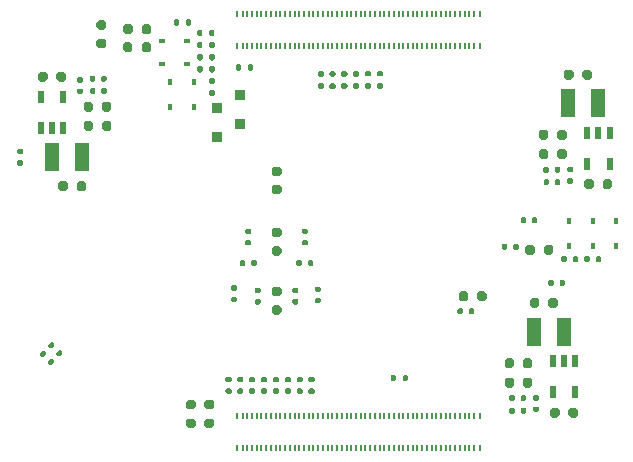
<source format=gbp>
G04 #@! TF.GenerationSoftware,KiCad,Pcbnew,5.1.9+dfsg1-1~bpo10+1*
G04 #@! TF.CreationDate,2021-11-14T15:52:16+01:00*
G04 #@! TF.ProjectId,ulx4m,756c7834-6d2e-46b6-9963-61645f706362,v0.0.2*
G04 #@! TF.SameCoordinates,Original*
G04 #@! TF.FileFunction,Paste,Bot*
G04 #@! TF.FilePolarity,Positive*
%FSLAX46Y46*%
G04 Gerber Fmt 4.6, Leading zero omitted, Abs format (unit mm)*
G04 Created by KiCad (PCBNEW 5.1.9+dfsg1-1~bpo10+1) date 2021-11-14 15:52:16*
%MOMM*%
%LPD*%
G01*
G04 APERTURE LIST*
%ADD10R,0.130000X0.560000*%
%ADD11R,0.250000X0.560000*%
%ADD12R,1.200000X2.400000*%
%ADD13R,0.600000X1.100000*%
%ADD14R,0.500000X0.350000*%
%ADD15R,0.350000X0.500000*%
%ADD16R,0.900000X0.900000*%
G04 APERTURE END LIST*
G36*
G01*
X97895424Y-101770485D02*
X98100485Y-101565424D01*
G75*
G02*
X98263119Y-101565424I81317J-81317D01*
G01*
X98425754Y-101728059D01*
G75*
G02*
X98425754Y-101890693I-81317J-81317D01*
G01*
X98220693Y-102095754D01*
G75*
G02*
X98058059Y-102095754I-81317J81317D01*
G01*
X97895424Y-101933119D01*
G75*
G02*
X97895424Y-101770485I81317J81317D01*
G01*
G37*
G36*
G01*
X98574246Y-102449307D02*
X98779307Y-102244246D01*
G75*
G02*
X98941941Y-102244246I81317J-81317D01*
G01*
X99104576Y-102406881D01*
G75*
G02*
X99104576Y-102569515I-81317J-81317D01*
G01*
X98899515Y-102774576D01*
G75*
G02*
X98736881Y-102774576I-81317J81317D01*
G01*
X98574246Y-102611941D01*
G75*
G02*
X98574246Y-102449307I81317J81317D01*
G01*
G37*
D10*
X133958000Y-107790000D03*
X133958000Y-110500000D03*
X133558000Y-107790000D03*
X133558000Y-110500000D03*
X133158000Y-107790000D03*
X133158000Y-110500000D03*
X132758000Y-107790000D03*
X132758000Y-110500000D03*
X132358000Y-107790000D03*
X132358000Y-110500000D03*
X131958000Y-107790000D03*
X131958000Y-110500000D03*
X131558000Y-107790000D03*
X131558000Y-110500000D03*
X131158000Y-107790000D03*
X131158000Y-110500000D03*
X130758000Y-107790000D03*
X130758000Y-110500000D03*
X130358000Y-107790000D03*
X130358000Y-110500000D03*
X129958000Y-107790000D03*
X129958000Y-110500000D03*
X129558000Y-107790000D03*
X129558000Y-110500000D03*
X129158000Y-107790000D03*
X129158000Y-110500000D03*
X128758000Y-107790000D03*
X128758000Y-110500000D03*
X128358000Y-107790000D03*
X128358000Y-110500000D03*
X127958000Y-107790000D03*
X127958000Y-110500000D03*
X127558000Y-107790000D03*
X127558000Y-110500000D03*
X127158000Y-107790000D03*
X127158000Y-110500000D03*
X126758000Y-107790000D03*
X126758000Y-110500000D03*
X126358000Y-107790000D03*
X126358000Y-110500000D03*
X125958000Y-107790000D03*
X125958000Y-110500000D03*
X125558000Y-107790000D03*
X125558000Y-110500000D03*
X125158000Y-107790000D03*
X125158000Y-110500000D03*
X124758000Y-107790000D03*
X124758000Y-110500000D03*
X124358000Y-107790000D03*
X124358000Y-110500000D03*
X123958000Y-107790000D03*
X123958000Y-110500000D03*
X123558000Y-107790000D03*
X123558000Y-110500000D03*
X123158000Y-107790000D03*
X123158000Y-110500000D03*
X122758000Y-107790000D03*
X122758000Y-110500000D03*
X122358000Y-107790000D03*
X122358000Y-110500000D03*
X121958000Y-107790000D03*
X121958000Y-110500000D03*
X121558000Y-107790000D03*
X121558000Y-110500000D03*
X121158000Y-107790000D03*
X121158000Y-110500000D03*
X120758000Y-107790000D03*
X120758000Y-110500000D03*
X120358000Y-107790000D03*
X120358000Y-110500000D03*
X119958000Y-107790000D03*
X119958000Y-110500000D03*
X119558000Y-107790000D03*
X119558000Y-110500000D03*
X119158000Y-107790000D03*
X119158000Y-110500000D03*
X118758000Y-107790000D03*
X118758000Y-110500000D03*
X118358000Y-107790000D03*
X118358000Y-110500000D03*
D11*
X134433000Y-110500000D03*
X134433000Y-107790000D03*
X113883000Y-110500000D03*
X113883000Y-107790000D03*
D10*
X117958000Y-107790000D03*
X117958000Y-110500000D03*
X117558000Y-107790000D03*
X117558000Y-110500000D03*
X117158000Y-107790000D03*
X117158000Y-110500000D03*
X116758000Y-107790000D03*
X116758000Y-110500000D03*
X116358000Y-107790000D03*
X116358000Y-110500000D03*
X115958000Y-107790000D03*
X115958000Y-110500000D03*
X115558000Y-107790000D03*
X115558000Y-110500000D03*
X115158000Y-107790000D03*
X115158000Y-110500000D03*
X114758000Y-107790000D03*
X114758000Y-110500000D03*
X114358000Y-107790000D03*
X114358000Y-110500000D03*
D12*
X144475001Y-81350000D03*
X141935001Y-81350000D03*
X141580000Y-100690000D03*
X139040000Y-100690000D03*
X98210000Y-85925000D03*
X100750000Y-85925000D03*
G36*
G01*
X105025000Y-76373750D02*
X105025000Y-76836250D01*
G75*
G02*
X104831250Y-77030000I-193750J0D01*
G01*
X104443750Y-77030000D01*
G75*
G02*
X104250000Y-76836250I0J193750D01*
G01*
X104250000Y-76373750D01*
G75*
G02*
X104443750Y-76180000I193750J0D01*
G01*
X104831250Y-76180000D01*
G75*
G02*
X105025000Y-76373750I0J-193750D01*
G01*
G37*
G36*
G01*
X106600000Y-76373750D02*
X106600000Y-76836250D01*
G75*
G02*
X106406250Y-77030000I-193750J0D01*
G01*
X106018750Y-77030000D01*
G75*
G02*
X105825000Y-76836250I0J193750D01*
G01*
X105825000Y-76373750D01*
G75*
G02*
X106018750Y-76180000I193750J0D01*
G01*
X106406250Y-76180000D01*
G75*
G02*
X106600000Y-76373750I0J-193750D01*
G01*
G37*
G36*
G01*
X139880000Y-93981250D02*
X139880000Y-93518750D01*
G75*
G02*
X140073750Y-93325000I193750J0D01*
G01*
X140461250Y-93325000D01*
G75*
G02*
X140655000Y-93518750I0J-193750D01*
G01*
X140655000Y-93981250D01*
G75*
G02*
X140461250Y-94175000I-193750J0D01*
G01*
X140073750Y-94175000D01*
G75*
G02*
X139880000Y-93981250I0J193750D01*
G01*
G37*
G36*
G01*
X138305000Y-93981250D02*
X138305000Y-93518750D01*
G75*
G02*
X138498750Y-93325000I193750J0D01*
G01*
X138886250Y-93325000D01*
G75*
G02*
X139080000Y-93518750I0J-193750D01*
G01*
X139080000Y-93981250D01*
G75*
G02*
X138886250Y-94175000I-193750J0D01*
G01*
X138498750Y-94175000D01*
G75*
G02*
X138305000Y-93981250I0J193750D01*
G01*
G37*
G36*
G01*
X111308750Y-108040000D02*
X111771250Y-108040000D01*
G75*
G02*
X111965000Y-108233750I0J-193750D01*
G01*
X111965000Y-108621250D01*
G75*
G02*
X111771250Y-108815000I-193750J0D01*
G01*
X111308750Y-108815000D01*
G75*
G02*
X111115000Y-108621250I0J193750D01*
G01*
X111115000Y-108233750D01*
G75*
G02*
X111308750Y-108040000I193750J0D01*
G01*
G37*
G36*
G01*
X111308750Y-106465000D02*
X111771250Y-106465000D01*
G75*
G02*
X111965000Y-106658750I0J-193750D01*
G01*
X111965000Y-107046250D01*
G75*
G02*
X111771250Y-107240000I-193750J0D01*
G01*
X111308750Y-107240000D01*
G75*
G02*
X111115000Y-107046250I0J193750D01*
G01*
X111115000Y-106658750D01*
G75*
G02*
X111308750Y-106465000I193750J0D01*
G01*
G37*
G36*
G01*
X109748750Y-108040000D02*
X110211250Y-108040000D01*
G75*
G02*
X110405000Y-108233750I0J-193750D01*
G01*
X110405000Y-108621250D01*
G75*
G02*
X110211250Y-108815000I-193750J0D01*
G01*
X109748750Y-108815000D01*
G75*
G02*
X109555000Y-108621250I0J193750D01*
G01*
X109555000Y-108233750D01*
G75*
G02*
X109748750Y-108040000I193750J0D01*
G01*
G37*
G36*
G01*
X109748750Y-106465000D02*
X110211250Y-106465000D01*
G75*
G02*
X110405000Y-106658750I0J-193750D01*
G01*
X110405000Y-107046250D01*
G75*
G02*
X110211250Y-107240000I-193750J0D01*
G01*
X109748750Y-107240000D01*
G75*
G02*
X109555000Y-107046250I0J193750D01*
G01*
X109555000Y-106658750D01*
G75*
G02*
X109748750Y-106465000I193750J0D01*
G01*
G37*
D13*
X143525000Y-83860000D03*
X144475000Y-83860000D03*
X145425000Y-83860000D03*
X145425000Y-86460000D03*
X143525000Y-86460000D03*
G36*
G01*
X102168750Y-75900000D02*
X102631250Y-75900000D01*
G75*
G02*
X102825000Y-76093750I0J-193750D01*
G01*
X102825000Y-76481250D01*
G75*
G02*
X102631250Y-76675000I-193750J0D01*
G01*
X102168750Y-76675000D01*
G75*
G02*
X101975000Y-76481250I0J193750D01*
G01*
X101975000Y-76093750D01*
G75*
G02*
X102168750Y-75900000I193750J0D01*
G01*
G37*
G36*
G01*
X102168750Y-74325000D02*
X102631250Y-74325000D01*
G75*
G02*
X102825000Y-74518750I0J-193750D01*
G01*
X102825000Y-74906250D01*
G75*
G02*
X102631250Y-75100000I-193750J0D01*
G01*
X102168750Y-75100000D01*
G75*
G02*
X101975000Y-74906250I0J193750D01*
G01*
X101975000Y-74518750D01*
G75*
G02*
X102168750Y-74325000I193750J0D01*
G01*
G37*
X140630000Y-103200000D03*
X141580000Y-103200000D03*
X142530000Y-103200000D03*
X142530000Y-105800000D03*
X140630000Y-105800000D03*
X99160000Y-83415000D03*
X98210000Y-83415000D03*
X97260000Y-83415000D03*
X97260000Y-80815000D03*
X99160000Y-80815000D03*
G36*
G01*
X97040000Y-79310000D02*
X97040000Y-78860000D01*
G75*
G02*
X97240000Y-78660000I200000J0D01*
G01*
X97640000Y-78660000D01*
G75*
G02*
X97840000Y-78860000I0J-200000D01*
G01*
X97840000Y-79310000D01*
G75*
G02*
X97640000Y-79510000I-200000J0D01*
G01*
X97240000Y-79510000D01*
G75*
G02*
X97040000Y-79310000I0J200000D01*
G01*
G37*
G36*
G01*
X98590000Y-79310000D02*
X98590000Y-78860000D01*
G75*
G02*
X98790000Y-78660000I200000J0D01*
G01*
X99190000Y-78660000D01*
G75*
G02*
X99390000Y-78860000I0J-200000D01*
G01*
X99390000Y-79310000D01*
G75*
G02*
X99190000Y-79510000I-200000J0D01*
G01*
X98790000Y-79510000D01*
G75*
G02*
X98590000Y-79310000I0J200000D01*
G01*
G37*
G36*
G01*
X137900001Y-107510000D02*
X137900001Y-107220000D01*
G75*
G02*
X138015001Y-107105000I115000J0D01*
G01*
X138245001Y-107105000D01*
G75*
G02*
X138360001Y-107220000I0J-115000D01*
G01*
X138360001Y-107510000D01*
G75*
G02*
X138245001Y-107625000I-115000J0D01*
G01*
X138015001Y-107625000D01*
G75*
G02*
X137900001Y-107510000I0J115000D01*
G01*
G37*
G36*
G01*
X136940001Y-107510000D02*
X136940001Y-107220000D01*
G75*
G02*
X137055001Y-107105000I115000J0D01*
G01*
X137285001Y-107105000D01*
G75*
G02*
X137400001Y-107220000I0J-115000D01*
G01*
X137400001Y-107510000D01*
G75*
G02*
X137285001Y-107625000I-115000J0D01*
G01*
X137055001Y-107625000D01*
G75*
G02*
X136940001Y-107510000I0J115000D01*
G01*
G37*
G36*
G01*
X136550000Y-105214999D02*
X136550000Y-104764999D01*
G75*
G02*
X136750000Y-104564999I200000J0D01*
G01*
X137150000Y-104564999D01*
G75*
G02*
X137350000Y-104764999I0J-200000D01*
G01*
X137350000Y-105214999D01*
G75*
G02*
X137150000Y-105414999I-200000J0D01*
G01*
X136750000Y-105414999D01*
G75*
G02*
X136550000Y-105214999I0J200000D01*
G01*
G37*
G36*
G01*
X138100000Y-105214999D02*
X138100000Y-104764999D01*
G75*
G02*
X138300000Y-104564999I200000J0D01*
G01*
X138700000Y-104564999D01*
G75*
G02*
X138900000Y-104764999I0J-200000D01*
G01*
X138900000Y-105214999D01*
G75*
G02*
X138700000Y-105414999I-200000J0D01*
G01*
X138300000Y-105414999D01*
G75*
G02*
X138100000Y-105214999I0J200000D01*
G01*
G37*
G36*
G01*
X138090000Y-103580000D02*
X138090000Y-103130000D01*
G75*
G02*
X138290000Y-102930000I200000J0D01*
G01*
X138690000Y-102930000D01*
G75*
G02*
X138890000Y-103130000I0J-200000D01*
G01*
X138890000Y-103580000D01*
G75*
G02*
X138690000Y-103780000I-200000J0D01*
G01*
X138290000Y-103780000D01*
G75*
G02*
X138090000Y-103580000I0J200000D01*
G01*
G37*
G36*
G01*
X136540000Y-103580000D02*
X136540000Y-103130000D01*
G75*
G02*
X136740000Y-102930000I200000J0D01*
G01*
X137140000Y-102930000D01*
G75*
G02*
X137340000Y-103130000I0J-200000D01*
G01*
X137340000Y-103580000D01*
G75*
G02*
X137140000Y-103780000I-200000J0D01*
G01*
X136740000Y-103780000D01*
G75*
G02*
X136540000Y-103580000I0J200000D01*
G01*
G37*
G36*
G01*
X142750000Y-107305000D02*
X142750000Y-107755000D01*
G75*
G02*
X142550000Y-107955000I-200000J0D01*
G01*
X142150000Y-107955000D01*
G75*
G02*
X141950000Y-107755000I0J200000D01*
G01*
X141950000Y-107305000D01*
G75*
G02*
X142150000Y-107105000I200000J0D01*
G01*
X142550000Y-107105000D01*
G75*
G02*
X142750000Y-107305000I0J-200000D01*
G01*
G37*
G36*
G01*
X141200000Y-107305000D02*
X141200000Y-107755000D01*
G75*
G02*
X141000000Y-107955000I-200000J0D01*
G01*
X140600000Y-107955000D01*
G75*
G02*
X140400000Y-107755000I0J200000D01*
G01*
X140400000Y-107305000D01*
G75*
G02*
X140600000Y-107105000I200000J0D01*
G01*
X141000000Y-107105000D01*
G75*
G02*
X141200000Y-107305000I0J-200000D01*
G01*
G37*
G36*
G01*
X139835000Y-88169999D02*
X139835000Y-87879999D01*
G75*
G02*
X139950000Y-87764999I115000J0D01*
G01*
X140180000Y-87764999D01*
G75*
G02*
X140295000Y-87879999I0J-115000D01*
G01*
X140295000Y-88169999D01*
G75*
G02*
X140180000Y-88284999I-115000J0D01*
G01*
X139950000Y-88284999D01*
G75*
G02*
X139835000Y-88169999I0J115000D01*
G01*
G37*
G36*
G01*
X140795000Y-88169999D02*
X140795000Y-87879999D01*
G75*
G02*
X140910000Y-87764999I115000J0D01*
G01*
X141140000Y-87764999D01*
G75*
G02*
X141255000Y-87879999I0J-115000D01*
G01*
X141255000Y-88169999D01*
G75*
G02*
X141140000Y-88284999I-115000J0D01*
G01*
X140910000Y-88284999D01*
G75*
G02*
X140795000Y-88169999I0J115000D01*
G01*
G37*
G36*
G01*
X140995001Y-85875001D02*
X140995001Y-85425001D01*
G75*
G02*
X141195001Y-85225001I200000J0D01*
G01*
X141595001Y-85225001D01*
G75*
G02*
X141795001Y-85425001I0J-200000D01*
G01*
X141795001Y-85875001D01*
G75*
G02*
X141595001Y-86075001I-200000J0D01*
G01*
X141195001Y-86075001D01*
G75*
G02*
X140995001Y-85875001I0J200000D01*
G01*
G37*
G36*
G01*
X139445001Y-85875001D02*
X139445001Y-85425001D01*
G75*
G02*
X139645001Y-85225001I200000J0D01*
G01*
X140045001Y-85225001D01*
G75*
G02*
X140245001Y-85425001I0J-200000D01*
G01*
X140245001Y-85875001D01*
G75*
G02*
X140045001Y-86075001I-200000J0D01*
G01*
X139645001Y-86075001D01*
G75*
G02*
X139445001Y-85875001I0J200000D01*
G01*
G37*
G36*
G01*
X139435001Y-84240000D02*
X139435001Y-83790000D01*
G75*
G02*
X139635001Y-83590000I200000J0D01*
G01*
X140035001Y-83590000D01*
G75*
G02*
X140235001Y-83790000I0J-200000D01*
G01*
X140235001Y-84240000D01*
G75*
G02*
X140035001Y-84440000I-200000J0D01*
G01*
X139635001Y-84440000D01*
G75*
G02*
X139435001Y-84240000I0J200000D01*
G01*
G37*
G36*
G01*
X140985001Y-84240000D02*
X140985001Y-83790000D01*
G75*
G02*
X141185001Y-83590000I200000J0D01*
G01*
X141585001Y-83590000D01*
G75*
G02*
X141785001Y-83790000I0J-200000D01*
G01*
X141785001Y-84240000D01*
G75*
G02*
X141585001Y-84440000I-200000J0D01*
G01*
X141185001Y-84440000D01*
G75*
G02*
X140985001Y-84240000I0J200000D01*
G01*
G37*
G36*
G01*
X145645000Y-87965000D02*
X145645000Y-88415000D01*
G75*
G02*
X145445000Y-88615000I-200000J0D01*
G01*
X145045000Y-88615000D01*
G75*
G02*
X144845000Y-88415000I0J200000D01*
G01*
X144845000Y-87965000D01*
G75*
G02*
X145045000Y-87765000I200000J0D01*
G01*
X145445000Y-87765000D01*
G75*
G02*
X145645000Y-87965000I0J-200000D01*
G01*
G37*
G36*
G01*
X144095000Y-87965000D02*
X144095000Y-88415000D01*
G75*
G02*
X143895000Y-88615000I-200000J0D01*
G01*
X143495000Y-88615000D01*
G75*
G02*
X143295000Y-88415000I0J200000D01*
G01*
X143295000Y-87965000D01*
G75*
G02*
X143495000Y-87765000I200000J0D01*
G01*
X143895000Y-87765000D01*
G75*
G02*
X144095000Y-87965000I0J-200000D01*
G01*
G37*
G36*
G01*
X102850000Y-79105000D02*
X102850000Y-79395000D01*
G75*
G02*
X102735000Y-79510000I-115000J0D01*
G01*
X102505000Y-79510000D01*
G75*
G02*
X102390000Y-79395000I0J115000D01*
G01*
X102390000Y-79105000D01*
G75*
G02*
X102505000Y-78990000I115000J0D01*
G01*
X102735000Y-78990000D01*
G75*
G02*
X102850000Y-79105000I0J-115000D01*
G01*
G37*
G36*
G01*
X101890000Y-79105000D02*
X101890000Y-79395000D01*
G75*
G02*
X101775000Y-79510000I-115000J0D01*
G01*
X101545000Y-79510000D01*
G75*
G02*
X101430000Y-79395000I0J115000D01*
G01*
X101430000Y-79105000D01*
G75*
G02*
X101545000Y-78990000I115000J0D01*
G01*
X101775000Y-78990000D01*
G75*
G02*
X101890000Y-79105000I0J-115000D01*
G01*
G37*
G36*
G01*
X101690000Y-81400000D02*
X101690000Y-81850000D01*
G75*
G02*
X101490000Y-82050000I-200000J0D01*
G01*
X101090000Y-82050000D01*
G75*
G02*
X100890000Y-81850000I0J200000D01*
G01*
X100890000Y-81400000D01*
G75*
G02*
X101090000Y-81200000I200000J0D01*
G01*
X101490000Y-81200000D01*
G75*
G02*
X101690000Y-81400000I0J-200000D01*
G01*
G37*
G36*
G01*
X103240000Y-81400000D02*
X103240000Y-81850000D01*
G75*
G02*
X103040000Y-82050000I-200000J0D01*
G01*
X102640000Y-82050000D01*
G75*
G02*
X102440000Y-81850000I0J200000D01*
G01*
X102440000Y-81400000D01*
G75*
G02*
X102640000Y-81200000I200000J0D01*
G01*
X103040000Y-81200000D01*
G75*
G02*
X103240000Y-81400000I0J-200000D01*
G01*
G37*
G36*
G01*
X103250000Y-83035000D02*
X103250000Y-83485000D01*
G75*
G02*
X103050000Y-83685000I-200000J0D01*
G01*
X102650000Y-83685000D01*
G75*
G02*
X102450000Y-83485000I0J200000D01*
G01*
X102450000Y-83035000D01*
G75*
G02*
X102650000Y-82835000I200000J0D01*
G01*
X103050000Y-82835000D01*
G75*
G02*
X103250000Y-83035000I0J-200000D01*
G01*
G37*
G36*
G01*
X101700000Y-83035000D02*
X101700000Y-83485000D01*
G75*
G02*
X101500000Y-83685000I-200000J0D01*
G01*
X101100000Y-83685000D01*
G75*
G02*
X100900000Y-83485000I0J200000D01*
G01*
X100900000Y-83035000D01*
G75*
G02*
X101100000Y-82835000I200000J0D01*
G01*
X101500000Y-82835000D01*
G75*
G02*
X101700000Y-83035000I0J-200000D01*
G01*
G37*
G36*
G01*
X134215000Y-97915000D02*
X134215000Y-97465000D01*
G75*
G02*
X134415000Y-97265000I200000J0D01*
G01*
X134815000Y-97265000D01*
G75*
G02*
X135015000Y-97465000I0J-200000D01*
G01*
X135015000Y-97915000D01*
G75*
G02*
X134815000Y-98115000I-200000J0D01*
G01*
X134415000Y-98115000D01*
G75*
G02*
X134215000Y-97915000I0J200000D01*
G01*
G37*
G36*
G01*
X132665000Y-97915000D02*
X132665000Y-97465000D01*
G75*
G02*
X132865000Y-97265000I200000J0D01*
G01*
X133265000Y-97265000D01*
G75*
G02*
X133465000Y-97465000I0J-200000D01*
G01*
X133465000Y-97915000D01*
G75*
G02*
X133265000Y-98115000I-200000J0D01*
G01*
X132865000Y-98115000D01*
G75*
G02*
X132665000Y-97915000I0J200000D01*
G01*
G37*
G36*
G01*
X117005000Y-98445000D02*
X117455000Y-98445000D01*
G75*
G02*
X117655000Y-98645000I0J-200000D01*
G01*
X117655000Y-99045000D01*
G75*
G02*
X117455000Y-99245000I-200000J0D01*
G01*
X117005000Y-99245000D01*
G75*
G02*
X116805000Y-99045000I0J200000D01*
G01*
X116805000Y-98645000D01*
G75*
G02*
X117005000Y-98445000I200000J0D01*
G01*
G37*
G36*
G01*
X117005000Y-96895000D02*
X117455000Y-96895000D01*
G75*
G02*
X117655000Y-97095000I0J-200000D01*
G01*
X117655000Y-97495000D01*
G75*
G02*
X117455000Y-97695000I-200000J0D01*
G01*
X117005000Y-97695000D01*
G75*
G02*
X116805000Y-97495000I0J200000D01*
G01*
X116805000Y-97095000D01*
G75*
G02*
X117005000Y-96895000I200000J0D01*
G01*
G37*
G36*
G01*
X117455000Y-89045000D02*
X117005000Y-89045000D01*
G75*
G02*
X116805000Y-88845000I0J200000D01*
G01*
X116805000Y-88445000D01*
G75*
G02*
X117005000Y-88245000I200000J0D01*
G01*
X117455000Y-88245000D01*
G75*
G02*
X117655000Y-88445000I0J-200000D01*
G01*
X117655000Y-88845000D01*
G75*
G02*
X117455000Y-89045000I-200000J0D01*
G01*
G37*
G36*
G01*
X117455000Y-87495000D02*
X117005000Y-87495000D01*
G75*
G02*
X116805000Y-87295000I0J200000D01*
G01*
X116805000Y-86895000D01*
G75*
G02*
X117005000Y-86695000I200000J0D01*
G01*
X117455000Y-86695000D01*
G75*
G02*
X117655000Y-86895000I0J-200000D01*
G01*
X117655000Y-87295000D01*
G75*
G02*
X117455000Y-87495000I-200000J0D01*
G01*
G37*
G36*
G01*
X117005000Y-93445000D02*
X117455000Y-93445000D01*
G75*
G02*
X117655000Y-93645000I0J-200000D01*
G01*
X117655000Y-94045000D01*
G75*
G02*
X117455000Y-94245000I-200000J0D01*
G01*
X117005000Y-94245000D01*
G75*
G02*
X116805000Y-94045000I0J200000D01*
G01*
X116805000Y-93645000D01*
G75*
G02*
X117005000Y-93445000I200000J0D01*
G01*
G37*
G36*
G01*
X117005000Y-91895000D02*
X117455000Y-91895000D01*
G75*
G02*
X117655000Y-92095000I0J-200000D01*
G01*
X117655000Y-92495000D01*
G75*
G02*
X117455000Y-92695000I-200000J0D01*
G01*
X117005000Y-92695000D01*
G75*
G02*
X116805000Y-92495000I0J200000D01*
G01*
X116805000Y-92095000D01*
G75*
G02*
X117005000Y-91895000I200000J0D01*
G01*
G37*
G36*
G01*
X138683999Y-98473000D02*
X138683999Y-98023000D01*
G75*
G02*
X138883999Y-97823000I200000J0D01*
G01*
X139283999Y-97823000D01*
G75*
G02*
X139483999Y-98023000I0J-200000D01*
G01*
X139483999Y-98473000D01*
G75*
G02*
X139283999Y-98673000I-200000J0D01*
G01*
X138883999Y-98673000D01*
G75*
G02*
X138683999Y-98473000I0J200000D01*
G01*
G37*
G36*
G01*
X140233999Y-98473000D02*
X140233999Y-98023000D01*
G75*
G02*
X140433999Y-97823000I200000J0D01*
G01*
X140833999Y-97823000D01*
G75*
G02*
X141033999Y-98023000I0J-200000D01*
G01*
X141033999Y-98473000D01*
G75*
G02*
X140833999Y-98673000I-200000J0D01*
G01*
X140433999Y-98673000D01*
G75*
G02*
X140233999Y-98473000I0J200000D01*
G01*
G37*
G36*
G01*
X99556000Y-88142000D02*
X99556000Y-88592000D01*
G75*
G02*
X99356000Y-88792000I-200000J0D01*
G01*
X98956000Y-88792000D01*
G75*
G02*
X98756000Y-88592000I0J200000D01*
G01*
X98756000Y-88142000D01*
G75*
G02*
X98956000Y-87942000I200000J0D01*
G01*
X99356000Y-87942000D01*
G75*
G02*
X99556000Y-88142000I0J-200000D01*
G01*
G37*
G36*
G01*
X101106000Y-88142000D02*
X101106000Y-88592000D01*
G75*
G02*
X100906000Y-88792000I-200000J0D01*
G01*
X100506000Y-88792000D01*
G75*
G02*
X100306000Y-88592000I0J200000D01*
G01*
X100306000Y-88142000D01*
G75*
G02*
X100506000Y-87942000I200000J0D01*
G01*
X100906000Y-87942000D01*
G75*
G02*
X101106000Y-88142000I0J-200000D01*
G01*
G37*
G36*
G01*
X143129000Y-79133000D02*
X143129000Y-78683000D01*
G75*
G02*
X143329000Y-78483000I200000J0D01*
G01*
X143729000Y-78483000D01*
G75*
G02*
X143929000Y-78683000I0J-200000D01*
G01*
X143929000Y-79133000D01*
G75*
G02*
X143729000Y-79333000I-200000J0D01*
G01*
X143329000Y-79333000D01*
G75*
G02*
X143129000Y-79133000I0J200000D01*
G01*
G37*
G36*
G01*
X141579000Y-79133000D02*
X141579000Y-78683000D01*
G75*
G02*
X141779000Y-78483000I200000J0D01*
G01*
X142179000Y-78483000D01*
G75*
G02*
X142379000Y-78683000I0J-200000D01*
G01*
X142379000Y-79133000D01*
G75*
G02*
X142179000Y-79333000I-200000J0D01*
G01*
X141779000Y-79333000D01*
G75*
G02*
X141579000Y-79133000I0J200000D01*
G01*
G37*
G36*
G01*
X119485000Y-92920000D02*
X119775000Y-92920000D01*
G75*
G02*
X119890000Y-93035000I0J-115000D01*
G01*
X119890000Y-93265000D01*
G75*
G02*
X119775000Y-93380000I-115000J0D01*
G01*
X119485000Y-93380000D01*
G75*
G02*
X119370000Y-93265000I0J115000D01*
G01*
X119370000Y-93035000D01*
G75*
G02*
X119485000Y-92920000I115000J0D01*
G01*
G37*
G36*
G01*
X119485000Y-91960000D02*
X119775000Y-91960000D01*
G75*
G02*
X119890000Y-92075000I0J-115000D01*
G01*
X119890000Y-92305000D01*
G75*
G02*
X119775000Y-92420000I-115000J0D01*
G01*
X119485000Y-92420000D01*
G75*
G02*
X119370000Y-92305000I0J115000D01*
G01*
X119370000Y-92075000D01*
G75*
G02*
X119485000Y-91960000I115000J0D01*
G01*
G37*
G36*
G01*
X114685000Y-92920000D02*
X114975000Y-92920000D01*
G75*
G02*
X115090000Y-93035000I0J-115000D01*
G01*
X115090000Y-93265000D01*
G75*
G02*
X114975000Y-93380000I-115000J0D01*
G01*
X114685000Y-93380000D01*
G75*
G02*
X114570000Y-93265000I0J115000D01*
G01*
X114570000Y-93035000D01*
G75*
G02*
X114685000Y-92920000I115000J0D01*
G01*
G37*
G36*
G01*
X114685000Y-91960000D02*
X114975000Y-91960000D01*
G75*
G02*
X115090000Y-92075000I0J-115000D01*
G01*
X115090000Y-92305000D01*
G75*
G02*
X114975000Y-92420000I-115000J0D01*
G01*
X114685000Y-92420000D01*
G75*
G02*
X114570000Y-92305000I0J115000D01*
G01*
X114570000Y-92075000D01*
G75*
G02*
X114685000Y-91960000I115000J0D01*
G01*
G37*
G36*
G01*
X115485001Y-96960000D02*
X115775001Y-96960000D01*
G75*
G02*
X115890001Y-97075000I0J-115000D01*
G01*
X115890001Y-97305000D01*
G75*
G02*
X115775001Y-97420000I-115000J0D01*
G01*
X115485001Y-97420000D01*
G75*
G02*
X115370001Y-97305000I0J115000D01*
G01*
X115370001Y-97075000D01*
G75*
G02*
X115485001Y-96960000I115000J0D01*
G01*
G37*
G36*
G01*
X115485001Y-97920000D02*
X115775001Y-97920000D01*
G75*
G02*
X115890001Y-98035000I0J-115000D01*
G01*
X115890001Y-98265000D01*
G75*
G02*
X115775001Y-98380000I-115000J0D01*
G01*
X115485001Y-98380000D01*
G75*
G02*
X115370001Y-98265000I0J115000D01*
G01*
X115370001Y-98035000D01*
G75*
G02*
X115485001Y-97920000I115000J0D01*
G01*
G37*
G36*
G01*
X118685000Y-97920000D02*
X118975000Y-97920000D01*
G75*
G02*
X119090000Y-98035000I0J-115000D01*
G01*
X119090000Y-98265000D01*
G75*
G02*
X118975000Y-98380000I-115000J0D01*
G01*
X118685000Y-98380000D01*
G75*
G02*
X118570000Y-98265000I0J115000D01*
G01*
X118570000Y-98035000D01*
G75*
G02*
X118685000Y-97920000I115000J0D01*
G01*
G37*
G36*
G01*
X118685000Y-96960000D02*
X118975000Y-96960000D01*
G75*
G02*
X119090000Y-97075000I0J-115000D01*
G01*
X119090000Y-97305000D01*
G75*
G02*
X118975000Y-97420000I-115000J0D01*
G01*
X118685000Y-97420000D01*
G75*
G02*
X118570000Y-97305000I0J115000D01*
G01*
X118570000Y-97075000D01*
G75*
G02*
X118685000Y-96960000I115000J0D01*
G01*
G37*
G36*
G01*
X120585000Y-96860000D02*
X120875000Y-96860000D01*
G75*
G02*
X120990000Y-96975000I0J-115000D01*
G01*
X120990000Y-97205000D01*
G75*
G02*
X120875000Y-97320000I-115000J0D01*
G01*
X120585000Y-97320000D01*
G75*
G02*
X120470000Y-97205000I0J115000D01*
G01*
X120470000Y-96975000D01*
G75*
G02*
X120585000Y-96860000I115000J0D01*
G01*
G37*
G36*
G01*
X120585000Y-97820000D02*
X120875000Y-97820000D01*
G75*
G02*
X120990000Y-97935000I0J-115000D01*
G01*
X120990000Y-98165000D01*
G75*
G02*
X120875000Y-98280000I-115000J0D01*
G01*
X120585000Y-98280000D01*
G75*
G02*
X120470000Y-98165000I0J115000D01*
G01*
X120470000Y-97935000D01*
G75*
G02*
X120585000Y-97820000I115000J0D01*
G01*
G37*
G36*
G01*
X113485000Y-97720001D02*
X113775000Y-97720001D01*
G75*
G02*
X113890000Y-97835001I0J-115000D01*
G01*
X113890000Y-98065001D01*
G75*
G02*
X113775000Y-98180001I-115000J0D01*
G01*
X113485000Y-98180001D01*
G75*
G02*
X113370000Y-98065001I0J115000D01*
G01*
X113370000Y-97835001D01*
G75*
G02*
X113485000Y-97720001I115000J0D01*
G01*
G37*
G36*
G01*
X113485000Y-96760001D02*
X113775000Y-96760001D01*
G75*
G02*
X113890000Y-96875001I0J-115000D01*
G01*
X113890000Y-97105001D01*
G75*
G02*
X113775000Y-97220001I-115000J0D01*
G01*
X113485000Y-97220001D01*
G75*
G02*
X113370000Y-97105001I0J115000D01*
G01*
X113370000Y-96875001D01*
G75*
G02*
X113485000Y-96760001I115000J0D01*
G01*
G37*
G36*
G01*
X115080000Y-95015000D02*
X115080000Y-94725000D01*
G75*
G02*
X115195000Y-94610000I115000J0D01*
G01*
X115425000Y-94610000D01*
G75*
G02*
X115540000Y-94725000I0J-115000D01*
G01*
X115540000Y-95015000D01*
G75*
G02*
X115425000Y-95130000I-115000J0D01*
G01*
X115195000Y-95130000D01*
G75*
G02*
X115080000Y-95015000I0J115000D01*
G01*
G37*
G36*
G01*
X114120000Y-95015000D02*
X114120000Y-94725000D01*
G75*
G02*
X114235000Y-94610000I115000J0D01*
G01*
X114465000Y-94610000D01*
G75*
G02*
X114580000Y-94725000I0J-115000D01*
G01*
X114580000Y-95015000D01*
G75*
G02*
X114465000Y-95130000I-115000J0D01*
G01*
X114235000Y-95130000D01*
G75*
G02*
X114120000Y-95015000I0J115000D01*
G01*
G37*
G36*
G01*
X120340000Y-94725000D02*
X120340000Y-95015000D01*
G75*
G02*
X120225000Y-95130000I-115000J0D01*
G01*
X119995000Y-95130000D01*
G75*
G02*
X119880000Y-95015000I0J115000D01*
G01*
X119880000Y-94725000D01*
G75*
G02*
X119995000Y-94610000I115000J0D01*
G01*
X120225000Y-94610000D01*
G75*
G02*
X120340000Y-94725000I0J-115000D01*
G01*
G37*
G36*
G01*
X119380000Y-94725000D02*
X119380000Y-95015000D01*
G75*
G02*
X119265000Y-95130000I-115000J0D01*
G01*
X119035000Y-95130000D01*
G75*
G02*
X118920000Y-95015000I0J115000D01*
G01*
X118920000Y-94725000D01*
G75*
G02*
X119035000Y-94610000I115000J0D01*
G01*
X119265000Y-94610000D01*
G75*
G02*
X119380000Y-94725000I0J-115000D01*
G01*
G37*
G36*
G01*
X140240000Y-96695000D02*
X140240000Y-96405000D01*
G75*
G02*
X140355000Y-96290000I115000J0D01*
G01*
X140585000Y-96290000D01*
G75*
G02*
X140700000Y-96405000I0J-115000D01*
G01*
X140700000Y-96695000D01*
G75*
G02*
X140585000Y-96810000I-115000J0D01*
G01*
X140355000Y-96810000D01*
G75*
G02*
X140240000Y-96695000I0J115000D01*
G01*
G37*
G36*
G01*
X141200000Y-96695000D02*
X141200000Y-96405000D01*
G75*
G02*
X141315000Y-96290000I115000J0D01*
G01*
X141545000Y-96290000D01*
G75*
G02*
X141660000Y-96405000I0J-115000D01*
G01*
X141660000Y-96695000D01*
G75*
G02*
X141545000Y-96810000I-115000J0D01*
G01*
X141315000Y-96810000D01*
G75*
G02*
X141200000Y-96695000I0J115000D01*
G01*
G37*
G36*
G01*
X133500000Y-99105000D02*
X133500000Y-98815000D01*
G75*
G02*
X133615000Y-98700000I115000J0D01*
G01*
X133845000Y-98700000D01*
G75*
G02*
X133960000Y-98815000I0J-115000D01*
G01*
X133960000Y-99105000D01*
G75*
G02*
X133845000Y-99220000I-115000J0D01*
G01*
X133615000Y-99220000D01*
G75*
G02*
X133500000Y-99105000I0J115000D01*
G01*
G37*
G36*
G01*
X132540000Y-99105000D02*
X132540000Y-98815000D01*
G75*
G02*
X132655000Y-98700000I115000J0D01*
G01*
X132885000Y-98700000D01*
G75*
G02*
X133000000Y-98815000I0J-115000D01*
G01*
X133000000Y-99105000D01*
G75*
G02*
X132885000Y-99220000I-115000J0D01*
G01*
X132655000Y-99220000D01*
G75*
G02*
X132540000Y-99105000I0J115000D01*
G01*
G37*
G36*
G01*
X136320000Y-93625000D02*
X136320000Y-93335000D01*
G75*
G02*
X136435000Y-93220000I115000J0D01*
G01*
X136665000Y-93220000D01*
G75*
G02*
X136780000Y-93335000I0J-115000D01*
G01*
X136780000Y-93625000D01*
G75*
G02*
X136665000Y-93740000I-115000J0D01*
G01*
X136435000Y-93740000D01*
G75*
G02*
X136320000Y-93625000I0J115000D01*
G01*
G37*
G36*
G01*
X137280000Y-93625000D02*
X137280000Y-93335000D01*
G75*
G02*
X137395000Y-93220000I115000J0D01*
G01*
X137625000Y-93220000D01*
G75*
G02*
X137740000Y-93335000I0J-115000D01*
G01*
X137740000Y-93625000D01*
G75*
G02*
X137625000Y-93740000I-115000J0D01*
G01*
X137395000Y-93740000D01*
G75*
G02*
X137280000Y-93625000I0J115000D01*
G01*
G37*
G36*
G01*
X105055000Y-74855000D02*
X105055000Y-75305000D01*
G75*
G02*
X104855000Y-75505000I-200000J0D01*
G01*
X104455000Y-75505000D01*
G75*
G02*
X104255000Y-75305000I0J200000D01*
G01*
X104255000Y-74855000D01*
G75*
G02*
X104455000Y-74655000I200000J0D01*
G01*
X104855000Y-74655000D01*
G75*
G02*
X105055000Y-74855000I0J-200000D01*
G01*
G37*
G36*
G01*
X106605000Y-74855000D02*
X106605000Y-75305000D01*
G75*
G02*
X106405000Y-75505000I-200000J0D01*
G01*
X106005000Y-75505000D01*
G75*
G02*
X105805000Y-75305000I0J200000D01*
G01*
X105805000Y-74855000D01*
G75*
G02*
X106005000Y-74655000I200000J0D01*
G01*
X106405000Y-74655000D01*
G75*
G02*
X106605000Y-74855000I0J-200000D01*
G01*
G37*
G36*
G01*
X144250000Y-94695000D02*
X144250000Y-94405000D01*
G75*
G02*
X144365000Y-94290000I115000J0D01*
G01*
X144595000Y-94290000D01*
G75*
G02*
X144710000Y-94405000I0J-115000D01*
G01*
X144710000Y-94695000D01*
G75*
G02*
X144595000Y-94810000I-115000J0D01*
G01*
X144365000Y-94810000D01*
G75*
G02*
X144250000Y-94695000I0J115000D01*
G01*
G37*
G36*
G01*
X143290000Y-94695000D02*
X143290000Y-94405000D01*
G75*
G02*
X143405000Y-94290000I115000J0D01*
G01*
X143635000Y-94290000D01*
G75*
G02*
X143750000Y-94405000I0J-115000D01*
G01*
X143750000Y-94695000D01*
G75*
G02*
X143635000Y-94810000I-115000J0D01*
G01*
X143405000Y-94810000D01*
G75*
G02*
X143290000Y-94695000I0J115000D01*
G01*
G37*
G36*
G01*
X142310000Y-94685000D02*
X142310000Y-94395000D01*
G75*
G02*
X142425000Y-94280000I115000J0D01*
G01*
X142655000Y-94280000D01*
G75*
G02*
X142770000Y-94395000I0J-115000D01*
G01*
X142770000Y-94685000D01*
G75*
G02*
X142655000Y-94800000I-115000J0D01*
G01*
X142425000Y-94800000D01*
G75*
G02*
X142310000Y-94685000I0J115000D01*
G01*
G37*
G36*
G01*
X141350000Y-94685000D02*
X141350000Y-94395000D01*
G75*
G02*
X141465000Y-94280000I115000J0D01*
G01*
X141695000Y-94280000D01*
G75*
G02*
X141810000Y-94395000I0J-115000D01*
G01*
X141810000Y-94685000D01*
G75*
G02*
X141695000Y-94800000I-115000J0D01*
G01*
X141465000Y-94800000D01*
G75*
G02*
X141350000Y-94685000I0J115000D01*
G01*
G37*
G36*
G01*
X137900000Y-91395000D02*
X137900000Y-91105000D01*
G75*
G02*
X138015000Y-90990000I115000J0D01*
G01*
X138245000Y-90990000D01*
G75*
G02*
X138360000Y-91105000I0J-115000D01*
G01*
X138360000Y-91395000D01*
G75*
G02*
X138245000Y-91510000I-115000J0D01*
G01*
X138015000Y-91510000D01*
G75*
G02*
X137900000Y-91395000I0J115000D01*
G01*
G37*
G36*
G01*
X138860000Y-91395000D02*
X138860000Y-91105000D01*
G75*
G02*
X138975000Y-90990000I115000J0D01*
G01*
X139205000Y-90990000D01*
G75*
G02*
X139320000Y-91105000I0J-115000D01*
G01*
X139320000Y-91395000D01*
G75*
G02*
X139205000Y-91510000I-115000J0D01*
G01*
X138975000Y-91510000D01*
G75*
G02*
X138860000Y-91395000I0J115000D01*
G01*
G37*
G36*
G01*
X97864835Y-103169896D02*
X98069896Y-102964835D01*
G75*
G02*
X98232530Y-102964835I81317J-81317D01*
G01*
X98395165Y-103127470D01*
G75*
G02*
X98395165Y-103290104I-81317J-81317D01*
G01*
X98190104Y-103495165D01*
G75*
G02*
X98027470Y-103495165I-81317J81317D01*
G01*
X97864835Y-103332530D01*
G75*
G02*
X97864835Y-103169896I81317J81317D01*
G01*
G37*
G36*
G01*
X97186013Y-102491074D02*
X97391074Y-102286013D01*
G75*
G02*
X97553708Y-102286013I81317J-81317D01*
G01*
X97716343Y-102448648D01*
G75*
G02*
X97716343Y-102611282I-81317J-81317D01*
G01*
X97511282Y-102816343D01*
G75*
G02*
X97348648Y-102816343I-81317J81317D01*
G01*
X97186013Y-102653708D01*
G75*
G02*
X97186013Y-102491074I81317J81317D01*
G01*
G37*
G36*
G01*
X136930000Y-106459999D02*
X136930000Y-106169999D01*
G75*
G02*
X137045000Y-106054999I115000J0D01*
G01*
X137275000Y-106054999D01*
G75*
G02*
X137390000Y-106169999I0J-115000D01*
G01*
X137390000Y-106459999D01*
G75*
G02*
X137275000Y-106574999I-115000J0D01*
G01*
X137045000Y-106574999D01*
G75*
G02*
X136930000Y-106459999I0J115000D01*
G01*
G37*
G36*
G01*
X137890000Y-106459999D02*
X137890000Y-106169999D01*
G75*
G02*
X138005000Y-106054999I115000J0D01*
G01*
X138235000Y-106054999D01*
G75*
G02*
X138350000Y-106169999I0J-115000D01*
G01*
X138350000Y-106459999D01*
G75*
G02*
X138235000Y-106574999I-115000J0D01*
G01*
X138005000Y-106574999D01*
G75*
G02*
X137890000Y-106459999I0J115000D01*
G01*
G37*
G36*
G01*
X101900000Y-80155000D02*
X101900000Y-80445000D01*
G75*
G02*
X101785000Y-80560000I-115000J0D01*
G01*
X101555000Y-80560000D01*
G75*
G02*
X101440000Y-80445000I0J115000D01*
G01*
X101440000Y-80155000D01*
G75*
G02*
X101555000Y-80040000I115000J0D01*
G01*
X101785000Y-80040000D01*
G75*
G02*
X101900000Y-80155000I0J-115000D01*
G01*
G37*
G36*
G01*
X102860000Y-80155000D02*
X102860000Y-80445000D01*
G75*
G02*
X102745000Y-80560000I-115000J0D01*
G01*
X102515000Y-80560000D01*
G75*
G02*
X102400000Y-80445000I0J115000D01*
G01*
X102400000Y-80155000D01*
G75*
G02*
X102515000Y-80040000I115000J0D01*
G01*
X102745000Y-80040000D01*
G75*
G02*
X102860000Y-80155000I0J-115000D01*
G01*
G37*
G36*
G01*
X140785000Y-87120001D02*
X140785000Y-86830001D01*
G75*
G02*
X140900000Y-86715001I115000J0D01*
G01*
X141130000Y-86715001D01*
G75*
G02*
X141245000Y-86830001I0J-115000D01*
G01*
X141245000Y-87120001D01*
G75*
G02*
X141130000Y-87235001I-115000J0D01*
G01*
X140900000Y-87235001D01*
G75*
G02*
X140785000Y-87120001I0J115000D01*
G01*
G37*
G36*
G01*
X139825000Y-87120001D02*
X139825000Y-86830001D01*
G75*
G02*
X139940000Y-86715001I115000J0D01*
G01*
X140170000Y-86715001D01*
G75*
G02*
X140285000Y-86830001I0J-115000D01*
G01*
X140285000Y-87120001D01*
G75*
G02*
X140170000Y-87235001I-115000J0D01*
G01*
X139940000Y-87235001D01*
G75*
G02*
X139825000Y-87120001I0J115000D01*
G01*
G37*
G36*
G01*
X139345001Y-106515000D02*
X139055001Y-106515000D01*
G75*
G02*
X138940001Y-106400000I0J115000D01*
G01*
X138940001Y-106170000D01*
G75*
G02*
X139055001Y-106055000I115000J0D01*
G01*
X139345001Y-106055000D01*
G75*
G02*
X139460001Y-106170000I0J-115000D01*
G01*
X139460001Y-106400000D01*
G75*
G02*
X139345001Y-106515000I-115000J0D01*
G01*
G37*
G36*
G01*
X139345001Y-107475000D02*
X139055001Y-107475000D01*
G75*
G02*
X138940001Y-107360000I0J115000D01*
G01*
X138940001Y-107130000D01*
G75*
G02*
X139055001Y-107015000I115000J0D01*
G01*
X139345001Y-107015000D01*
G75*
G02*
X139460001Y-107130000I0J-115000D01*
G01*
X139460001Y-107360000D01*
G75*
G02*
X139345001Y-107475000I-115000J0D01*
G01*
G37*
G36*
G01*
X100445000Y-79140000D02*
X100735000Y-79140000D01*
G75*
G02*
X100850000Y-79255000I0J-115000D01*
G01*
X100850000Y-79485000D01*
G75*
G02*
X100735000Y-79600000I-115000J0D01*
G01*
X100445000Y-79600000D01*
G75*
G02*
X100330000Y-79485000I0J115000D01*
G01*
X100330000Y-79255000D01*
G75*
G02*
X100445000Y-79140000I115000J0D01*
G01*
G37*
G36*
G01*
X100445000Y-80100000D02*
X100735000Y-80100000D01*
G75*
G02*
X100850000Y-80215000I0J-115000D01*
G01*
X100850000Y-80445000D01*
G75*
G02*
X100735000Y-80560000I-115000J0D01*
G01*
X100445000Y-80560000D01*
G75*
G02*
X100330000Y-80445000I0J115000D01*
G01*
X100330000Y-80215000D01*
G75*
G02*
X100445000Y-80100000I115000J0D01*
G01*
G37*
G36*
G01*
X142240001Y-88135001D02*
X141950001Y-88135001D01*
G75*
G02*
X141835001Y-88020001I0J115000D01*
G01*
X141835001Y-87790001D01*
G75*
G02*
X141950001Y-87675001I115000J0D01*
G01*
X142240001Y-87675001D01*
G75*
G02*
X142355001Y-87790001I0J-115000D01*
G01*
X142355001Y-88020001D01*
G75*
G02*
X142240001Y-88135001I-115000J0D01*
G01*
G37*
G36*
G01*
X142240001Y-87175001D02*
X141950001Y-87175001D01*
G75*
G02*
X141835001Y-87060001I0J115000D01*
G01*
X141835001Y-86830001D01*
G75*
G02*
X141950001Y-86715001I115000J0D01*
G01*
X142240001Y-86715001D01*
G75*
G02*
X142355001Y-86830001I0J-115000D01*
G01*
X142355001Y-87060001D01*
G75*
G02*
X142240001Y-87175001I-115000J0D01*
G01*
G37*
D10*
X114358000Y-76500000D03*
X114358000Y-73790000D03*
X114758000Y-76500000D03*
X114758000Y-73790000D03*
X115158000Y-76500000D03*
X115158000Y-73790000D03*
X115558000Y-76500000D03*
X115558000Y-73790000D03*
X115958000Y-76500000D03*
X115958000Y-73790000D03*
X116358000Y-76500000D03*
X116358000Y-73790000D03*
X116758000Y-76500000D03*
X116758000Y-73790000D03*
X117158000Y-76500000D03*
X117158000Y-73790000D03*
X117558000Y-76500000D03*
X117558000Y-73790000D03*
X117958000Y-76500000D03*
X117958000Y-73790000D03*
D11*
X113883000Y-73790000D03*
X113883000Y-76500000D03*
X134433000Y-73790000D03*
X134433000Y-76500000D03*
D10*
X118358000Y-76500000D03*
X118358000Y-73790000D03*
X118758000Y-76500000D03*
X118758000Y-73790000D03*
X119158000Y-76500000D03*
X119158000Y-73790000D03*
X119558000Y-76500000D03*
X119558000Y-73790000D03*
X119958000Y-76500000D03*
X119958000Y-73790000D03*
X120358000Y-76500000D03*
X120358000Y-73790000D03*
X120758000Y-76500000D03*
X120758000Y-73790000D03*
X121158000Y-76500000D03*
X121158000Y-73790000D03*
X121558000Y-76500000D03*
X121558000Y-73790000D03*
X121958000Y-76500000D03*
X121958000Y-73790000D03*
X122358000Y-76500000D03*
X122358000Y-73790000D03*
X122758000Y-76500000D03*
X122758000Y-73790000D03*
X123158000Y-76500000D03*
X123158000Y-73790000D03*
X123558000Y-76500000D03*
X123558000Y-73790000D03*
X123958000Y-76500000D03*
X123958000Y-73790000D03*
X124358000Y-76500000D03*
X124358000Y-73790000D03*
X124758000Y-76500000D03*
X124758000Y-73790000D03*
X125158000Y-76500000D03*
X125158000Y-73790000D03*
X125558000Y-76500000D03*
X125558000Y-73790000D03*
X125958000Y-76500000D03*
X125958000Y-73790000D03*
X126358000Y-76500000D03*
X126358000Y-73790000D03*
X126758000Y-76500000D03*
X126758000Y-73790000D03*
X127158000Y-76500000D03*
X127158000Y-73790000D03*
X127558000Y-76500000D03*
X127558000Y-73790000D03*
X127958000Y-76500000D03*
X127958000Y-73790000D03*
X128358000Y-76500000D03*
X128358000Y-73790000D03*
X128758000Y-76500000D03*
X128758000Y-73790000D03*
X129158000Y-76500000D03*
X129158000Y-73790000D03*
X129558000Y-76500000D03*
X129558000Y-73790000D03*
X129958000Y-76500000D03*
X129958000Y-73790000D03*
X130358000Y-76500000D03*
X130358000Y-73790000D03*
X130758000Y-76500000D03*
X130758000Y-73790000D03*
X131158000Y-76500000D03*
X131158000Y-73790000D03*
X131558000Y-76500000D03*
X131558000Y-73790000D03*
X131958000Y-76500000D03*
X131958000Y-73790000D03*
X132358000Y-76500000D03*
X132358000Y-73790000D03*
X132758000Y-76500000D03*
X132758000Y-73790000D03*
X133158000Y-76500000D03*
X133158000Y-73790000D03*
X133558000Y-76500000D03*
X133558000Y-73790000D03*
X133958000Y-76500000D03*
X133958000Y-73790000D03*
D14*
X107540000Y-76030001D03*
X109640000Y-76030001D03*
X107540002Y-78000000D03*
X109640002Y-78000000D03*
D15*
X110230000Y-81660000D03*
X110230000Y-79560000D03*
X108250000Y-81640000D03*
X108250000Y-79540000D03*
X142020000Y-93430000D03*
X142020000Y-91330000D03*
X144010000Y-93450000D03*
X144010000Y-91350000D03*
X145980000Y-91340000D03*
X145980000Y-93440000D03*
G36*
G01*
X111980000Y-76250000D02*
X111980000Y-76570000D01*
G75*
G02*
X111870000Y-76680000I-110000J0D01*
G01*
X111650000Y-76680000D01*
G75*
G02*
X111540000Y-76570000I0J110000D01*
G01*
X111540000Y-76250000D01*
G75*
G02*
X111650000Y-76140000I110000J0D01*
G01*
X111870000Y-76140000D01*
G75*
G02*
X111980000Y-76250000I0J-110000D01*
G01*
G37*
G36*
G01*
X110960000Y-76250000D02*
X110960000Y-76570000D01*
G75*
G02*
X110850000Y-76680000I-110000J0D01*
G01*
X110630000Y-76680000D01*
G75*
G02*
X110520000Y-76570000I0J110000D01*
G01*
X110520000Y-76250000D01*
G75*
G02*
X110630000Y-76140000I110000J0D01*
G01*
X110850000Y-76140000D01*
G75*
G02*
X110960000Y-76250000I0J-110000D01*
G01*
G37*
G36*
G01*
X110950000Y-75240000D02*
X110950000Y-75560000D01*
G75*
G02*
X110840000Y-75670000I-110000J0D01*
G01*
X110620000Y-75670000D01*
G75*
G02*
X110510000Y-75560000I0J110000D01*
G01*
X110510000Y-75240000D01*
G75*
G02*
X110620000Y-75130000I110000J0D01*
G01*
X110840000Y-75130000D01*
G75*
G02*
X110950000Y-75240000I0J-110000D01*
G01*
G37*
G36*
G01*
X111970000Y-75240000D02*
X111970000Y-75560000D01*
G75*
G02*
X111860000Y-75670000I-110000J0D01*
G01*
X111640000Y-75670000D01*
G75*
G02*
X111530000Y-75560000I0J110000D01*
G01*
X111530000Y-75240000D01*
G75*
G02*
X111640000Y-75130000I110000J0D01*
G01*
X111860000Y-75130000D01*
G75*
G02*
X111970000Y-75240000I0J-110000D01*
G01*
G37*
G36*
G01*
X109970000Y-74349999D02*
X109970000Y-74669999D01*
G75*
G02*
X109860000Y-74779999I-110000J0D01*
G01*
X109640000Y-74779999D01*
G75*
G02*
X109530000Y-74669999I0J110000D01*
G01*
X109530000Y-74349999D01*
G75*
G02*
X109640000Y-74239999I110000J0D01*
G01*
X109860000Y-74239999D01*
G75*
G02*
X109970000Y-74349999I0J-110000D01*
G01*
G37*
G36*
G01*
X108950000Y-74349999D02*
X108950000Y-74669999D01*
G75*
G02*
X108840000Y-74779999I-110000J0D01*
G01*
X108620000Y-74779999D01*
G75*
G02*
X108510000Y-74669999I0J110000D01*
G01*
X108510000Y-74349999D01*
G75*
G02*
X108620000Y-74239999I110000J0D01*
G01*
X108840000Y-74239999D01*
G75*
G02*
X108950000Y-74349999I0J-110000D01*
G01*
G37*
G36*
G01*
X111550000Y-77610000D02*
X111550000Y-77290000D01*
G75*
G02*
X111660000Y-77180000I110000J0D01*
G01*
X111880000Y-77180000D01*
G75*
G02*
X111990000Y-77290000I0J-110000D01*
G01*
X111990000Y-77610000D01*
G75*
G02*
X111880000Y-77720000I-110000J0D01*
G01*
X111660000Y-77720000D01*
G75*
G02*
X111550000Y-77610000I0J110000D01*
G01*
G37*
G36*
G01*
X110530000Y-77610000D02*
X110530000Y-77290000D01*
G75*
G02*
X110640000Y-77180000I110000J0D01*
G01*
X110860000Y-77180000D01*
G75*
G02*
X110970000Y-77290000I0J-110000D01*
G01*
X110970000Y-77610000D01*
G75*
G02*
X110860000Y-77720000I-110000J0D01*
G01*
X110640000Y-77720000D01*
G75*
G02*
X110530000Y-77610000I0J110000D01*
G01*
G37*
G36*
G01*
X111910000Y-79670001D02*
X111590000Y-79670001D01*
G75*
G02*
X111480000Y-79560001I0J110000D01*
G01*
X111480000Y-79340001D01*
G75*
G02*
X111590000Y-79230001I110000J0D01*
G01*
X111910000Y-79230001D01*
G75*
G02*
X112020000Y-79340001I0J-110000D01*
G01*
X112020000Y-79560001D01*
G75*
G02*
X111910000Y-79670001I-110000J0D01*
G01*
G37*
G36*
G01*
X111910000Y-80690001D02*
X111590000Y-80690001D01*
G75*
G02*
X111480000Y-80580001I0J110000D01*
G01*
X111480000Y-80360001D01*
G75*
G02*
X111590000Y-80250001I110000J0D01*
G01*
X111910000Y-80250001D01*
G75*
G02*
X112020000Y-80360001I0J-110000D01*
G01*
X112020000Y-80580001D01*
G75*
G02*
X111910000Y-80690001I-110000J0D01*
G01*
G37*
G36*
G01*
X110525001Y-78624999D02*
X110525001Y-78304999D01*
G75*
G02*
X110635001Y-78194999I110000J0D01*
G01*
X110855001Y-78194999D01*
G75*
G02*
X110965001Y-78304999I0J-110000D01*
G01*
X110965001Y-78624999D01*
G75*
G02*
X110855001Y-78734999I-110000J0D01*
G01*
X110635001Y-78734999D01*
G75*
G02*
X110525001Y-78624999I0J110000D01*
G01*
G37*
G36*
G01*
X111545001Y-78624999D02*
X111545001Y-78304999D01*
G75*
G02*
X111655001Y-78194999I110000J0D01*
G01*
X111875001Y-78194999D01*
G75*
G02*
X111985001Y-78304999I0J-110000D01*
G01*
X111985001Y-78624999D01*
G75*
G02*
X111875001Y-78734999I-110000J0D01*
G01*
X111655001Y-78734999D01*
G75*
G02*
X111545001Y-78624999I0J110000D01*
G01*
G37*
G36*
G01*
X125130000Y-80090000D02*
X124810000Y-80090000D01*
G75*
G02*
X124700000Y-79980000I0J110000D01*
G01*
X124700000Y-79760000D01*
G75*
G02*
X124810000Y-79650000I110000J0D01*
G01*
X125130000Y-79650000D01*
G75*
G02*
X125240000Y-79760000I0J-110000D01*
G01*
X125240000Y-79980000D01*
G75*
G02*
X125130000Y-80090000I-110000J0D01*
G01*
G37*
G36*
G01*
X125130000Y-79070000D02*
X124810000Y-79070000D01*
G75*
G02*
X124700000Y-78960000I0J110000D01*
G01*
X124700000Y-78740000D01*
G75*
G02*
X124810000Y-78630000I110000J0D01*
G01*
X125130000Y-78630000D01*
G75*
G02*
X125240000Y-78740000I0J-110000D01*
G01*
X125240000Y-78960000D01*
G75*
G02*
X125130000Y-79070000I-110000J0D01*
G01*
G37*
G36*
G01*
X126130000Y-80090000D02*
X125810000Y-80090000D01*
G75*
G02*
X125700000Y-79980000I0J110000D01*
G01*
X125700000Y-79760000D01*
G75*
G02*
X125810000Y-79650000I110000J0D01*
G01*
X126130000Y-79650000D01*
G75*
G02*
X126240000Y-79760000I0J-110000D01*
G01*
X126240000Y-79980000D01*
G75*
G02*
X126130000Y-80090000I-110000J0D01*
G01*
G37*
G36*
G01*
X126130000Y-79070000D02*
X125810000Y-79070000D01*
G75*
G02*
X125700000Y-78960000I0J110000D01*
G01*
X125700000Y-78740000D01*
G75*
G02*
X125810000Y-78630000I110000J0D01*
G01*
X126130000Y-78630000D01*
G75*
G02*
X126240000Y-78740000I0J-110000D01*
G01*
X126240000Y-78960000D01*
G75*
G02*
X126130000Y-79070000I-110000J0D01*
G01*
G37*
G36*
G01*
X123130000Y-80100000D02*
X122810000Y-80100000D01*
G75*
G02*
X122700000Y-79990000I0J110000D01*
G01*
X122700000Y-79770000D01*
G75*
G02*
X122810000Y-79660000I110000J0D01*
G01*
X123130000Y-79660000D01*
G75*
G02*
X123240000Y-79770000I0J-110000D01*
G01*
X123240000Y-79990000D01*
G75*
G02*
X123130000Y-80100000I-110000J0D01*
G01*
G37*
G36*
G01*
X123130000Y-79080000D02*
X122810000Y-79080000D01*
G75*
G02*
X122700000Y-78970000I0J110000D01*
G01*
X122700000Y-78750000D01*
G75*
G02*
X122810000Y-78640000I110000J0D01*
G01*
X123130000Y-78640000D01*
G75*
G02*
X123240000Y-78750000I0J-110000D01*
G01*
X123240000Y-78970000D01*
G75*
G02*
X123130000Y-79080000I-110000J0D01*
G01*
G37*
G36*
G01*
X122130000Y-79081370D02*
X121810000Y-79081370D01*
G75*
G02*
X121700000Y-78971370I0J110000D01*
G01*
X121700000Y-78751370D01*
G75*
G02*
X121810000Y-78641370I110000J0D01*
G01*
X122130000Y-78641370D01*
G75*
G02*
X122240000Y-78751370I0J-110000D01*
G01*
X122240000Y-78971370D01*
G75*
G02*
X122130000Y-79081370I-110000J0D01*
G01*
G37*
G36*
G01*
X122130000Y-80101370D02*
X121810000Y-80101370D01*
G75*
G02*
X121700000Y-79991370I0J110000D01*
G01*
X121700000Y-79771370D01*
G75*
G02*
X121810000Y-79661370I110000J0D01*
G01*
X122130000Y-79661370D01*
G75*
G02*
X122240000Y-79771370I0J-110000D01*
G01*
X122240000Y-79991370D01*
G75*
G02*
X122130000Y-80101370I-110000J0D01*
G01*
G37*
G36*
G01*
X124130000Y-80100000D02*
X123810000Y-80100000D01*
G75*
G02*
X123700000Y-79990000I0J110000D01*
G01*
X123700000Y-79770000D01*
G75*
G02*
X123810000Y-79660000I110000J0D01*
G01*
X124130000Y-79660000D01*
G75*
G02*
X124240000Y-79770000I0J-110000D01*
G01*
X124240000Y-79990000D01*
G75*
G02*
X124130000Y-80100000I-110000J0D01*
G01*
G37*
G36*
G01*
X124130000Y-79080000D02*
X123810000Y-79080000D01*
G75*
G02*
X123700000Y-78970000I0J110000D01*
G01*
X123700000Y-78750000D01*
G75*
G02*
X123810000Y-78640000I110000J0D01*
G01*
X124130000Y-78640000D01*
G75*
G02*
X124240000Y-78750000I0J-110000D01*
G01*
X124240000Y-78970000D01*
G75*
G02*
X124130000Y-79080000I-110000J0D01*
G01*
G37*
G36*
G01*
X121130293Y-79081371D02*
X120810293Y-79081371D01*
G75*
G02*
X120700293Y-78971371I0J110000D01*
G01*
X120700293Y-78751371D01*
G75*
G02*
X120810293Y-78641371I110000J0D01*
G01*
X121130293Y-78641371D01*
G75*
G02*
X121240293Y-78751371I0J-110000D01*
G01*
X121240293Y-78971371D01*
G75*
G02*
X121130293Y-79081371I-110000J0D01*
G01*
G37*
G36*
G01*
X121130293Y-80101371D02*
X120810293Y-80101371D01*
G75*
G02*
X120700293Y-79991371I0J110000D01*
G01*
X120700293Y-79771371D01*
G75*
G02*
X120810293Y-79661371I110000J0D01*
G01*
X121130293Y-79661371D01*
G75*
G02*
X121240293Y-79771371I0J-110000D01*
G01*
X121240293Y-79991371D01*
G75*
G02*
X121130293Y-80101371I-110000J0D01*
G01*
G37*
G36*
G01*
X116315000Y-105940000D02*
X116025000Y-105940000D01*
G75*
G02*
X115910000Y-105825000I0J115000D01*
G01*
X115910000Y-105595000D01*
G75*
G02*
X116025000Y-105480000I115000J0D01*
G01*
X116315000Y-105480000D01*
G75*
G02*
X116430000Y-105595000I0J-115000D01*
G01*
X116430000Y-105825000D01*
G75*
G02*
X116315000Y-105940000I-115000J0D01*
G01*
G37*
G36*
G01*
X116315000Y-104980000D02*
X116025000Y-104980000D01*
G75*
G02*
X115910000Y-104865000I0J115000D01*
G01*
X115910000Y-104635000D01*
G75*
G02*
X116025000Y-104520000I115000J0D01*
G01*
X116315000Y-104520000D01*
G75*
G02*
X116430000Y-104635000I0J-115000D01*
G01*
X116430000Y-104865000D01*
G75*
G02*
X116315000Y-104980000I-115000J0D01*
G01*
G37*
G36*
G01*
X117335000Y-104980000D02*
X117045000Y-104980000D01*
G75*
G02*
X116930000Y-104865000I0J115000D01*
G01*
X116930000Y-104635000D01*
G75*
G02*
X117045000Y-104520000I115000J0D01*
G01*
X117335000Y-104520000D01*
G75*
G02*
X117450000Y-104635000I0J-115000D01*
G01*
X117450000Y-104865000D01*
G75*
G02*
X117335000Y-104980000I-115000J0D01*
G01*
G37*
G36*
G01*
X117335000Y-105940000D02*
X117045000Y-105940000D01*
G75*
G02*
X116930000Y-105825000I0J115000D01*
G01*
X116930000Y-105595000D01*
G75*
G02*
X117045000Y-105480000I115000J0D01*
G01*
X117335000Y-105480000D01*
G75*
G02*
X117450000Y-105595000I0J-115000D01*
G01*
X117450000Y-105825000D01*
G75*
G02*
X117335000Y-105940000I-115000J0D01*
G01*
G37*
G36*
G01*
X113315000Y-105940000D02*
X113025000Y-105940000D01*
G75*
G02*
X112910000Y-105825000I0J115000D01*
G01*
X112910000Y-105595000D01*
G75*
G02*
X113025000Y-105480000I115000J0D01*
G01*
X113315000Y-105480000D01*
G75*
G02*
X113430000Y-105595000I0J-115000D01*
G01*
X113430000Y-105825000D01*
G75*
G02*
X113315000Y-105940000I-115000J0D01*
G01*
G37*
G36*
G01*
X113315000Y-104980000D02*
X113025000Y-104980000D01*
G75*
G02*
X112910000Y-104865000I0J115000D01*
G01*
X112910000Y-104635000D01*
G75*
G02*
X113025000Y-104520000I115000J0D01*
G01*
X113315000Y-104520000D01*
G75*
G02*
X113430000Y-104635000I0J-115000D01*
G01*
X113430000Y-104865000D01*
G75*
G02*
X113315000Y-104980000I-115000J0D01*
G01*
G37*
G36*
G01*
X120335000Y-105940000D02*
X120045000Y-105940000D01*
G75*
G02*
X119930000Y-105825000I0J115000D01*
G01*
X119930000Y-105595000D01*
G75*
G02*
X120045000Y-105480000I115000J0D01*
G01*
X120335000Y-105480000D01*
G75*
G02*
X120450000Y-105595000I0J-115000D01*
G01*
X120450000Y-105825000D01*
G75*
G02*
X120335000Y-105940000I-115000J0D01*
G01*
G37*
G36*
G01*
X120335000Y-104980000D02*
X120045000Y-104980000D01*
G75*
G02*
X119930000Y-104865000I0J115000D01*
G01*
X119930000Y-104635000D01*
G75*
G02*
X120045000Y-104520000I115000J0D01*
G01*
X120335000Y-104520000D01*
G75*
G02*
X120450000Y-104635000I0J-115000D01*
G01*
X120450000Y-104865000D01*
G75*
G02*
X120335000Y-104980000I-115000J0D01*
G01*
G37*
G36*
G01*
X114025000Y-104520000D02*
X114315000Y-104520000D01*
G75*
G02*
X114430000Y-104635000I0J-115000D01*
G01*
X114430000Y-104865000D01*
G75*
G02*
X114315000Y-104980000I-115000J0D01*
G01*
X114025000Y-104980000D01*
G75*
G02*
X113910000Y-104865000I0J115000D01*
G01*
X113910000Y-104635000D01*
G75*
G02*
X114025000Y-104520000I115000J0D01*
G01*
G37*
G36*
G01*
X114025000Y-105480000D02*
X114315000Y-105480000D01*
G75*
G02*
X114430000Y-105595000I0J-115000D01*
G01*
X114430000Y-105825000D01*
G75*
G02*
X114315000Y-105940000I-115000J0D01*
G01*
X114025000Y-105940000D01*
G75*
G02*
X113910000Y-105825000I0J115000D01*
G01*
X113910000Y-105595000D01*
G75*
G02*
X114025000Y-105480000I115000J0D01*
G01*
G37*
G36*
G01*
X119045000Y-104520000D02*
X119335000Y-104520000D01*
G75*
G02*
X119450000Y-104635000I0J-115000D01*
G01*
X119450000Y-104865000D01*
G75*
G02*
X119335000Y-104980000I-115000J0D01*
G01*
X119045000Y-104980000D01*
G75*
G02*
X118930000Y-104865000I0J115000D01*
G01*
X118930000Y-104635000D01*
G75*
G02*
X119045000Y-104520000I115000J0D01*
G01*
G37*
G36*
G01*
X119045000Y-105480000D02*
X119335000Y-105480000D01*
G75*
G02*
X119450000Y-105595000I0J-115000D01*
G01*
X119450000Y-105825000D01*
G75*
G02*
X119335000Y-105940000I-115000J0D01*
G01*
X119045000Y-105940000D01*
G75*
G02*
X118930000Y-105825000I0J115000D01*
G01*
X118930000Y-105595000D01*
G75*
G02*
X119045000Y-105480000I115000J0D01*
G01*
G37*
G36*
G01*
X115025000Y-105480000D02*
X115315000Y-105480000D01*
G75*
G02*
X115430000Y-105595000I0J-115000D01*
G01*
X115430000Y-105825000D01*
G75*
G02*
X115315000Y-105940000I-115000J0D01*
G01*
X115025000Y-105940000D01*
G75*
G02*
X114910000Y-105825000I0J115000D01*
G01*
X114910000Y-105595000D01*
G75*
G02*
X115025000Y-105480000I115000J0D01*
G01*
G37*
G36*
G01*
X115025000Y-104520000D02*
X115315000Y-104520000D01*
G75*
G02*
X115430000Y-104635000I0J-115000D01*
G01*
X115430000Y-104865000D01*
G75*
G02*
X115315000Y-104980000I-115000J0D01*
G01*
X115025000Y-104980000D01*
G75*
G02*
X114910000Y-104865000I0J115000D01*
G01*
X114910000Y-104635000D01*
G75*
G02*
X115025000Y-104520000I115000J0D01*
G01*
G37*
G36*
G01*
X118045000Y-105480000D02*
X118335000Y-105480000D01*
G75*
G02*
X118450000Y-105595000I0J-115000D01*
G01*
X118450000Y-105825000D01*
G75*
G02*
X118335000Y-105940000I-115000J0D01*
G01*
X118045000Y-105940000D01*
G75*
G02*
X117930000Y-105825000I0J115000D01*
G01*
X117930000Y-105595000D01*
G75*
G02*
X118045000Y-105480000I115000J0D01*
G01*
G37*
G36*
G01*
X118045000Y-104520000D02*
X118335000Y-104520000D01*
G75*
G02*
X118450000Y-104635000I0J-115000D01*
G01*
X118450000Y-104865000D01*
G75*
G02*
X118335000Y-104980000I-115000J0D01*
G01*
X118045000Y-104980000D01*
G75*
G02*
X117930000Y-104865000I0J115000D01*
G01*
X117930000Y-104635000D01*
G75*
G02*
X118045000Y-104520000I115000J0D01*
G01*
G37*
G36*
G01*
X95385000Y-85200000D02*
X95675000Y-85200000D01*
G75*
G02*
X95790000Y-85315000I0J-115000D01*
G01*
X95790000Y-85545000D01*
G75*
G02*
X95675000Y-85660000I-115000J0D01*
G01*
X95385000Y-85660000D01*
G75*
G02*
X95270000Y-85545000I0J115000D01*
G01*
X95270000Y-85315000D01*
G75*
G02*
X95385000Y-85200000I115000J0D01*
G01*
G37*
G36*
G01*
X95385000Y-86160000D02*
X95675000Y-86160000D01*
G75*
G02*
X95790000Y-86275000I0J-115000D01*
G01*
X95790000Y-86505000D01*
G75*
G02*
X95675000Y-86620000I-115000J0D01*
G01*
X95385000Y-86620000D01*
G75*
G02*
X95270000Y-86505000I0J115000D01*
G01*
X95270000Y-86275000D01*
G75*
G02*
X95385000Y-86160000I115000J0D01*
G01*
G37*
D16*
X114170000Y-80600000D03*
X114170000Y-83100000D03*
X112210000Y-84220000D03*
X112210000Y-81720000D03*
G36*
G01*
X113780000Y-78460000D02*
X113780000Y-78140000D01*
G75*
G02*
X113890000Y-78030000I110000J0D01*
G01*
X114110000Y-78030000D01*
G75*
G02*
X114220000Y-78140000I0J-110000D01*
G01*
X114220000Y-78460000D01*
G75*
G02*
X114110000Y-78570000I-110000J0D01*
G01*
X113890000Y-78570000D01*
G75*
G02*
X113780000Y-78460000I0J110000D01*
G01*
G37*
G36*
G01*
X114800000Y-78460000D02*
X114800000Y-78140000D01*
G75*
G02*
X114910000Y-78030000I110000J0D01*
G01*
X115130000Y-78030000D01*
G75*
G02*
X115240000Y-78140000I0J-110000D01*
G01*
X115240000Y-78460000D01*
G75*
G02*
X115130000Y-78570000I-110000J0D01*
G01*
X114910000Y-78570000D01*
G75*
G02*
X114800000Y-78460000I0J110000D01*
G01*
G37*
G36*
G01*
X127910000Y-104780000D02*
X127910000Y-104460000D01*
G75*
G02*
X128020000Y-104350000I110000J0D01*
G01*
X128240000Y-104350000D01*
G75*
G02*
X128350000Y-104460000I0J-110000D01*
G01*
X128350000Y-104780000D01*
G75*
G02*
X128240000Y-104890000I-110000J0D01*
G01*
X128020000Y-104890000D01*
G75*
G02*
X127910000Y-104780000I0J110000D01*
G01*
G37*
G36*
G01*
X126890000Y-104780000D02*
X126890000Y-104460000D01*
G75*
G02*
X127000000Y-104350000I110000J0D01*
G01*
X127220000Y-104350000D01*
G75*
G02*
X127330000Y-104460000I0J-110000D01*
G01*
X127330000Y-104780000D01*
G75*
G02*
X127220000Y-104890000I-110000J0D01*
G01*
X127000000Y-104890000D01*
G75*
G02*
X126890000Y-104780000I0J110000D01*
G01*
G37*
M02*

</source>
